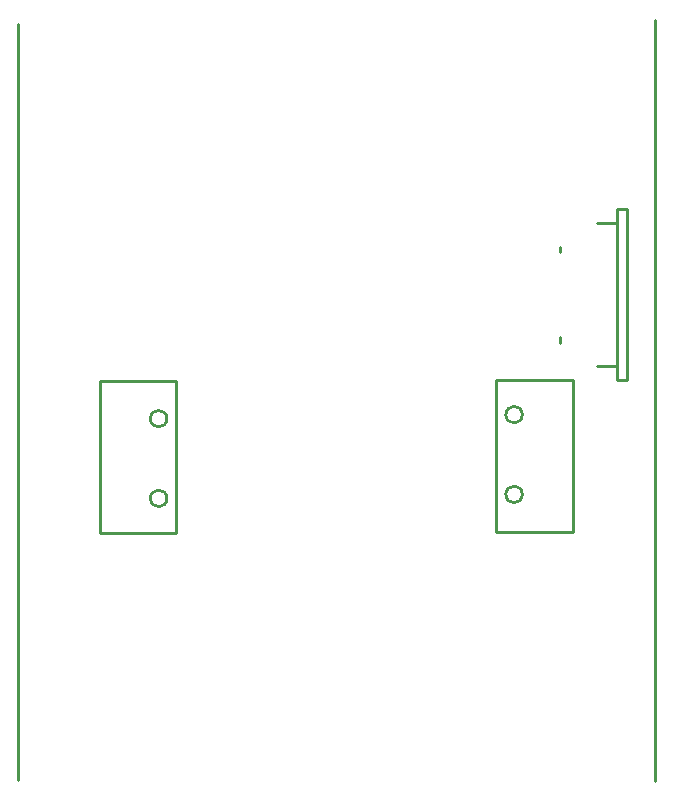
<source format=gto>
G04 Layer: TopSilkLayer*
G04 EasyEDA v6.3.22, 2020-01-22T11:07:26+01:00*
G04 3ac4b1cc3e28459caadfcca9b74a0810,6ac03ef627a24f5ab7c901ca926ad83b,10*
G04 Gerber Generator version 0.2*
G04 Scale: 100 percent, Rotated: No, Reflected: No *
G04 Dimensions in millimeters *
G04 leading zeros omitted , absolute positions ,3 integer and 3 decimal *
%FSLAX33Y33*%
%MOMM*%
G90*
G71D02*

%ADD10C,0.254000*%

%LPD*%
G54D10*
G01X56003Y-159D02*
G01X56003Y64299D01*
G01X1993Y63959D02*
G01X1993Y-39D01*
G01X8943Y33700D02*
G01X8943Y20900D01*
G01X8943Y33700D02*
G01X15443Y33700D01*
G01X15443Y20900D02*
G01X8943Y20900D01*
G01X15443Y33700D02*
G01X15443Y20900D01*
G01X49033Y20990D02*
G01X49033Y33790D01*
G01X49033Y20990D02*
G01X42533Y20990D01*
G01X42533Y33790D02*
G01X49033Y33790D01*
G01X42533Y20990D02*
G01X42533Y33790D01*
G01X47953Y44623D02*
G01X47953Y45123D01*
G01X47953Y36952D02*
G01X47953Y37452D01*
G01X52723Y47080D02*
G01X51025Y47080D01*
G01X53563Y48290D02*
G01X52733Y48290D01*
G01X53561Y33814D02*
G01X52732Y33814D01*
G01X52723Y48289D02*
G01X52723Y33814D01*
G01X51025Y35024D02*
G01X52703Y35024D01*
G01X53563Y33814D02*
G01X53563Y48290D01*
G75*
G01X14645Y30551D02*
G03X14645Y30551I-701J0D01*
G01*
G75*
G01X14645Y23800D02*
G03X14645Y23800I-701J0D01*
G01*
G75*
G01X44735Y24139D02*
G03X44735Y24139I-701J0D01*
G01*
G75*
G01X44735Y30890D02*
G03X44735Y30890I-701J0D01*
G01*
M00*
M02*

</source>
